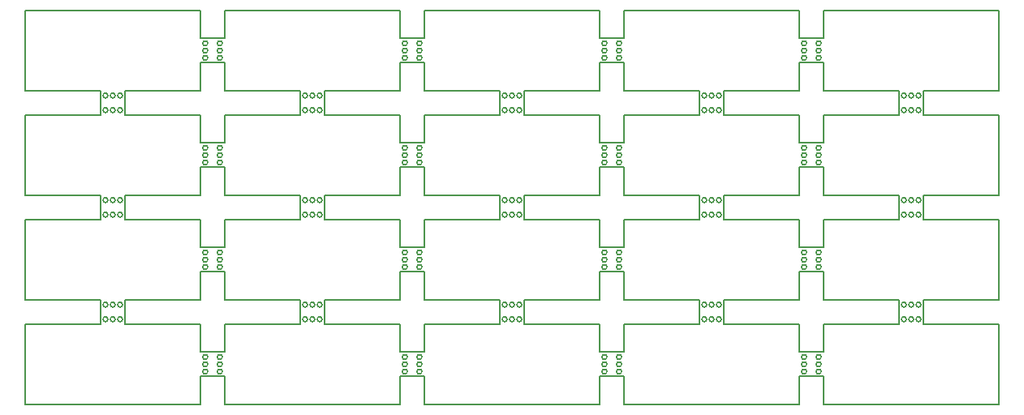
<source format=gm1>
G04 #@! TF.FileFunction,Profile,NP*
%FSLAX46Y46*%
G04 Gerber Fmt 4.6, Leading zero omitted, Abs format (unit mm)*
G04 Created by KiCad (PCBNEW 4.0.5+dfsg1-4) date Wed Oct 11 12:16:19 2017*
%MOMM*%
%LPD*%
G01*
G04 APERTURE LIST*
%ADD10C,0.100000*%
%ADD11C,0.150000*%
G04 APERTURE END LIST*
D10*
D11*
X254000000Y-76200000D02*
X235712000Y-76200000D01*
X233172000Y-76200000D02*
X214884000Y-76200000D01*
X212344000Y-76200000D02*
X194056000Y-76200000D01*
X191516000Y-76200000D02*
X173228000Y-76200000D01*
X170688000Y-76200000D02*
X152400000Y-76200000D01*
X152400000Y-76200000D02*
X152400000Y-84582000D01*
X152400000Y-87122000D02*
X152400000Y-95504000D01*
X152400000Y-98044000D02*
X152400000Y-106426000D01*
X152400000Y-108966000D02*
X152400000Y-117348000D01*
X170688000Y-117348000D02*
X152400000Y-117348000D01*
X191516000Y-117348000D02*
X173228000Y-117348000D01*
X212344000Y-117348000D02*
X194056000Y-117348000D01*
X233172000Y-117348000D02*
X214884000Y-117348000D01*
X254000000Y-117348000D02*
X235712000Y-117348000D01*
X254000000Y-84582000D02*
X254000000Y-76200000D01*
X254000000Y-95504000D02*
X254000000Y-87122000D01*
X254000000Y-106426000D02*
X254000000Y-98044000D01*
X254000000Y-117348000D02*
X254000000Y-108966000D01*
X245110000Y-86614000D02*
G75*
G03X245110000Y-86614000I-254000J0D01*
G01*
X246126000Y-87122000D02*
X254000000Y-87122000D01*
X254000000Y-84582000D02*
X246126000Y-84582000D01*
X245872000Y-85090000D02*
G75*
G03X245872000Y-85090000I-254000J0D01*
G01*
X246126000Y-87122000D02*
X246126000Y-84582000D01*
X245872000Y-86614000D02*
G75*
G03X245872000Y-86614000I-254000J0D01*
G01*
X246126000Y-98044000D02*
X246126000Y-95504000D01*
X254000000Y-95504000D02*
X246126000Y-95504000D01*
X235712000Y-106426000D02*
X235712000Y-103505000D01*
X235458000Y-102997000D02*
G75*
G03X235458000Y-102997000I-254000J0D01*
G01*
X233172000Y-103505000D02*
X235712000Y-103505000D01*
X233934000Y-102235000D02*
G75*
G03X233934000Y-102235000I-254000J0D01*
G01*
X235458000Y-102235000D02*
G75*
G03X235458000Y-102235000I-254000J0D01*
G01*
X235458000Y-101473000D02*
G75*
G03X235458000Y-101473000I-254000J0D01*
G01*
X233934000Y-102997000D02*
G75*
G03X233934000Y-102997000I-254000J0D01*
G01*
X233934000Y-101473000D02*
G75*
G03X233934000Y-101473000I-254000J0D01*
G01*
X233934000Y-113919000D02*
G75*
G03X233934000Y-113919000I-254000J0D01*
G01*
X233934000Y-113157000D02*
G75*
G03X233934000Y-113157000I-254000J0D01*
G01*
X235458000Y-113919000D02*
G75*
G03X235458000Y-113919000I-254000J0D01*
G01*
X233172000Y-114427000D02*
X235712000Y-114427000D01*
X233934000Y-112395000D02*
G75*
G03X233934000Y-112395000I-254000J0D01*
G01*
X235458000Y-112395000D02*
G75*
G03X235458000Y-112395000I-254000J0D01*
G01*
X235458000Y-113157000D02*
G75*
G03X235458000Y-113157000I-254000J0D01*
G01*
X235712000Y-117348000D02*
X235712000Y-114427000D01*
X235712000Y-111887000D02*
X235712000Y-108966000D01*
X233172000Y-111887000D02*
X235712000Y-111887000D01*
X245872000Y-108458000D02*
G75*
G03X245872000Y-108458000I-254000J0D01*
G01*
X243586000Y-108966000D02*
X235712000Y-108966000D01*
X245110000Y-108458000D02*
G75*
G03X245110000Y-108458000I-254000J0D01*
G01*
X245872000Y-106934000D02*
G75*
G03X245872000Y-106934000I-254000J0D01*
G01*
X243586000Y-106426000D02*
X243586000Y-108966000D01*
X243586000Y-106426000D02*
X235712000Y-106426000D01*
X244348000Y-106934000D02*
G75*
G03X244348000Y-106934000I-254000J0D01*
G01*
X244348000Y-108458000D02*
G75*
G03X244348000Y-108458000I-254000J0D01*
G01*
X246126000Y-108966000D02*
X254000000Y-108966000D01*
X246126000Y-108966000D02*
X246126000Y-106426000D01*
X245110000Y-106934000D02*
G75*
G03X245110000Y-106934000I-254000J0D01*
G01*
X254000000Y-106426000D02*
X246126000Y-106426000D01*
X254000000Y-98044000D02*
X246126000Y-98044000D01*
X245110000Y-85090000D02*
G75*
G03X245110000Y-85090000I-254000J0D01*
G01*
X235712000Y-95504000D02*
X235712000Y-92583000D01*
X235458000Y-91313000D02*
G75*
G03X235458000Y-91313000I-254000J0D01*
G01*
X235458000Y-92075000D02*
G75*
G03X235458000Y-92075000I-254000J0D01*
G01*
X233934000Y-92075000D02*
G75*
G03X233934000Y-92075000I-254000J0D01*
G01*
X233172000Y-92583000D02*
X235712000Y-92583000D01*
X233934000Y-91313000D02*
G75*
G03X233934000Y-91313000I-254000J0D01*
G01*
X233934000Y-81153000D02*
G75*
G03X233934000Y-81153000I-254000J0D01*
G01*
X233172000Y-81661000D02*
X235712000Y-81661000D01*
X235712000Y-84582000D02*
X235712000Y-81661000D01*
X235458000Y-81153000D02*
G75*
G03X235458000Y-81153000I-254000J0D01*
G01*
X233172000Y-79121000D02*
X235712000Y-79121000D01*
X235712000Y-79121000D02*
X235712000Y-76200000D01*
X233934000Y-80391000D02*
G75*
G03X233934000Y-80391000I-254000J0D01*
G01*
X233934000Y-79629000D02*
G75*
G03X233934000Y-79629000I-254000J0D01*
G01*
X235458000Y-79629000D02*
G75*
G03X235458000Y-79629000I-254000J0D01*
G01*
X235458000Y-80391000D02*
G75*
G03X235458000Y-80391000I-254000J0D01*
G01*
X233172000Y-90043000D02*
X235712000Y-90043000D01*
X233934000Y-90551000D02*
G75*
G03X233934000Y-90551000I-254000J0D01*
G01*
X235458000Y-90551000D02*
G75*
G03X235458000Y-90551000I-254000J0D01*
G01*
X235712000Y-90043000D02*
X235712000Y-87122000D01*
X244348000Y-85090000D02*
G75*
G03X244348000Y-85090000I-254000J0D01*
G01*
X243586000Y-84582000D02*
X235712000Y-84582000D01*
X243586000Y-84582000D02*
X243586000Y-87122000D01*
X243586000Y-87122000D02*
X235712000Y-87122000D01*
X244348000Y-86614000D02*
G75*
G03X244348000Y-86614000I-254000J0D01*
G01*
X245110000Y-96012000D02*
G75*
G03X245110000Y-96012000I-254000J0D01*
G01*
X245872000Y-97536000D02*
G75*
G03X245872000Y-97536000I-254000J0D01*
G01*
X245872000Y-96012000D02*
G75*
G03X245872000Y-96012000I-254000J0D01*
G01*
X245110000Y-97536000D02*
G75*
G03X245110000Y-97536000I-254000J0D01*
G01*
X244348000Y-96012000D02*
G75*
G03X244348000Y-96012000I-254000J0D01*
G01*
X233172000Y-100965000D02*
X235712000Y-100965000D01*
X243586000Y-98044000D02*
X235712000Y-98044000D01*
X243586000Y-95504000D02*
X243586000Y-98044000D01*
X244348000Y-97536000D02*
G75*
G03X244348000Y-97536000I-254000J0D01*
G01*
X243586000Y-95504000D02*
X235712000Y-95504000D01*
X235712000Y-100965000D02*
X235712000Y-98044000D01*
X213106000Y-113919000D02*
G75*
G03X213106000Y-113919000I-254000J0D01*
G01*
X212344000Y-114427000D02*
X214884000Y-114427000D01*
X214884000Y-117348000D02*
X214884000Y-114427000D01*
X212344000Y-117348000D02*
X212344000Y-114427000D01*
X214630000Y-113919000D02*
G75*
G03X214630000Y-113919000I-254000J0D01*
G01*
X213106000Y-113157000D02*
G75*
G03X213106000Y-113157000I-254000J0D01*
G01*
X214884000Y-111887000D02*
X214884000Y-108966000D01*
X212344000Y-111887000D02*
X214884000Y-111887000D01*
X213106000Y-112395000D02*
G75*
G03X213106000Y-112395000I-254000J0D01*
G01*
X214630000Y-113157000D02*
G75*
G03X214630000Y-113157000I-254000J0D01*
G01*
X214630000Y-112395000D02*
G75*
G03X214630000Y-112395000I-254000J0D01*
G01*
X212344000Y-111887000D02*
X212344000Y-108966000D01*
X214630000Y-102997000D02*
G75*
G03X214630000Y-102997000I-254000J0D01*
G01*
X213106000Y-102997000D02*
G75*
G03X213106000Y-102997000I-254000J0D01*
G01*
X214884000Y-106426000D02*
X214884000Y-103505000D01*
X212344000Y-103505000D02*
X214884000Y-103505000D01*
X212344000Y-106426000D02*
X212344000Y-103505000D01*
X214630000Y-102235000D02*
G75*
G03X214630000Y-102235000I-254000J0D01*
G01*
X214630000Y-101473000D02*
G75*
G03X214630000Y-101473000I-254000J0D01*
G01*
X212344000Y-100965000D02*
X214884000Y-100965000D01*
X214884000Y-100965000D02*
X214884000Y-98044000D01*
X212344000Y-100965000D02*
X212344000Y-98044000D01*
X204216000Y-106934000D02*
G75*
G03X204216000Y-106934000I-254000J0D01*
G01*
X203454000Y-106934000D02*
G75*
G03X203454000Y-106934000I-254000J0D01*
G01*
X204470000Y-108966000D02*
X212344000Y-108966000D01*
X204470000Y-108966000D02*
X204470000Y-106426000D01*
X202692000Y-106934000D02*
G75*
G03X202692000Y-106934000I-254000J0D01*
G01*
X212344000Y-90043000D02*
X214884000Y-90043000D01*
X213106000Y-90551000D02*
G75*
G03X213106000Y-90551000I-254000J0D01*
G01*
X214884000Y-90043000D02*
X214884000Y-87122000D01*
X214630000Y-90551000D02*
G75*
G03X214630000Y-90551000I-254000J0D01*
G01*
X223520000Y-96012000D02*
G75*
G03X223520000Y-96012000I-254000J0D01*
G01*
X222758000Y-98044000D02*
X214884000Y-98044000D01*
X223520000Y-97536000D02*
G75*
G03X223520000Y-97536000I-254000J0D01*
G01*
X222758000Y-95504000D02*
X222758000Y-98044000D01*
X222758000Y-95504000D02*
X214884000Y-95504000D01*
X214884000Y-95504000D02*
X214884000Y-92583000D01*
X213106000Y-91313000D02*
G75*
G03X213106000Y-91313000I-254000J0D01*
G01*
X214630000Y-91313000D02*
G75*
G03X214630000Y-91313000I-254000J0D01*
G01*
X214630000Y-92075000D02*
G75*
G03X214630000Y-92075000I-254000J0D01*
G01*
X212344000Y-92583000D02*
X214884000Y-92583000D01*
X213106000Y-92075000D02*
G75*
G03X213106000Y-92075000I-254000J0D01*
G01*
X214630000Y-79629000D02*
G75*
G03X214630000Y-79629000I-254000J0D01*
G01*
X213106000Y-81153000D02*
G75*
G03X213106000Y-81153000I-254000J0D01*
G01*
X213106000Y-80391000D02*
G75*
G03X213106000Y-80391000I-254000J0D01*
G01*
X214630000Y-80391000D02*
G75*
G03X214630000Y-80391000I-254000J0D01*
G01*
X214630000Y-81153000D02*
G75*
G03X214630000Y-81153000I-254000J0D01*
G01*
X212344000Y-81661000D02*
X214884000Y-81661000D01*
X212344000Y-79121000D02*
X214884000Y-79121000D01*
X213106000Y-79629000D02*
G75*
G03X213106000Y-79629000I-254000J0D01*
G01*
X223520000Y-85090000D02*
G75*
G03X223520000Y-85090000I-254000J0D01*
G01*
X222758000Y-84582000D02*
X214884000Y-84582000D01*
X222758000Y-84582000D02*
X222758000Y-87122000D01*
X222758000Y-87122000D02*
X214884000Y-87122000D01*
X214884000Y-84582000D02*
X214884000Y-81661000D01*
X214884000Y-79121000D02*
X214884000Y-76200000D01*
X223520000Y-86614000D02*
G75*
G03X223520000Y-86614000I-254000J0D01*
G01*
X225298000Y-98044000D02*
X225298000Y-95504000D01*
X233172000Y-95504000D02*
X225298000Y-95504000D01*
X233172000Y-95504000D02*
X233172000Y-92583000D01*
X233172000Y-100965000D02*
X233172000Y-98044000D01*
X233172000Y-98044000D02*
X225298000Y-98044000D01*
X225044000Y-85090000D02*
G75*
G03X225044000Y-85090000I-254000J0D01*
G01*
X225298000Y-87122000D02*
X225298000Y-84582000D01*
X224282000Y-86614000D02*
G75*
G03X224282000Y-86614000I-254000J0D01*
G01*
X225044000Y-86614000D02*
G75*
G03X225044000Y-86614000I-254000J0D01*
G01*
X224282000Y-85090000D02*
G75*
G03X224282000Y-85090000I-254000J0D01*
G01*
X233172000Y-79121000D02*
X233172000Y-76200000D01*
X225298000Y-87122000D02*
X233172000Y-87122000D01*
X233172000Y-84582000D02*
X225298000Y-84582000D01*
X233172000Y-84582000D02*
X233172000Y-81661000D01*
X233172000Y-90043000D02*
X233172000Y-87122000D01*
X202692000Y-85090000D02*
G75*
G03X202692000Y-85090000I-254000J0D01*
G01*
X201930000Y-87122000D02*
X194056000Y-87122000D01*
X201930000Y-84582000D02*
X194056000Y-84582000D01*
X201930000Y-84582000D02*
X201930000Y-87122000D01*
X202692000Y-86614000D02*
G75*
G03X202692000Y-86614000I-254000J0D01*
G01*
X203454000Y-86614000D02*
G75*
G03X203454000Y-86614000I-254000J0D01*
G01*
X204216000Y-86614000D02*
G75*
G03X204216000Y-86614000I-254000J0D01*
G01*
X203454000Y-85090000D02*
G75*
G03X203454000Y-85090000I-254000J0D01*
G01*
X204470000Y-87122000D02*
X204470000Y-84582000D01*
X204216000Y-85090000D02*
G75*
G03X204216000Y-85090000I-254000J0D01*
G01*
X194056000Y-95504000D02*
X194056000Y-92583000D01*
X201930000Y-95504000D02*
X194056000Y-95504000D01*
X193802000Y-92075000D02*
G75*
G03X193802000Y-92075000I-254000J0D01*
G01*
X193802000Y-91313000D02*
G75*
G03X193802000Y-91313000I-254000J0D01*
G01*
X191516000Y-90043000D02*
X194056000Y-90043000D01*
X194056000Y-90043000D02*
X194056000Y-87122000D01*
X192278000Y-91313000D02*
G75*
G03X192278000Y-91313000I-254000J0D01*
G01*
X192278000Y-92075000D02*
G75*
G03X192278000Y-92075000I-254000J0D01*
G01*
X192278000Y-90551000D02*
G75*
G03X192278000Y-90551000I-254000J0D01*
G01*
X191516000Y-92583000D02*
X194056000Y-92583000D01*
X193802000Y-90551000D02*
G75*
G03X193802000Y-90551000I-254000J0D01*
G01*
X213106000Y-102235000D02*
G75*
G03X213106000Y-102235000I-254000J0D01*
G01*
X213106000Y-101473000D02*
G75*
G03X213106000Y-101473000I-254000J0D01*
G01*
X212344000Y-98044000D02*
X204470000Y-98044000D01*
X212344000Y-106426000D02*
X204470000Y-106426000D01*
X193802000Y-102235000D02*
G75*
G03X193802000Y-102235000I-254000J0D01*
G01*
X193802000Y-102997000D02*
G75*
G03X193802000Y-102997000I-254000J0D01*
G01*
X194056000Y-100965000D02*
X194056000Y-98044000D01*
X201930000Y-98044000D02*
X194056000Y-98044000D01*
X204216000Y-108458000D02*
G75*
G03X204216000Y-108458000I-254000J0D01*
G01*
X202692000Y-108458000D02*
G75*
G03X202692000Y-108458000I-254000J0D01*
G01*
X201930000Y-106426000D02*
X201930000Y-108966000D01*
X203454000Y-108458000D02*
G75*
G03X203454000Y-108458000I-254000J0D01*
G01*
X204470000Y-98044000D02*
X204470000Y-95504000D01*
X202692000Y-96012000D02*
G75*
G03X202692000Y-96012000I-254000J0D01*
G01*
X202692000Y-97536000D02*
G75*
G03X202692000Y-97536000I-254000J0D01*
G01*
X203454000Y-97536000D02*
G75*
G03X203454000Y-97536000I-254000J0D01*
G01*
X204216000Y-96012000D02*
G75*
G03X204216000Y-96012000I-254000J0D01*
G01*
X204216000Y-97536000D02*
G75*
G03X204216000Y-97536000I-254000J0D01*
G01*
X203454000Y-96012000D02*
G75*
G03X203454000Y-96012000I-254000J0D01*
G01*
X201930000Y-95504000D02*
X201930000Y-98044000D01*
X192278000Y-79629000D02*
G75*
G03X192278000Y-79629000I-254000J0D01*
G01*
X192278000Y-80391000D02*
G75*
G03X192278000Y-80391000I-254000J0D01*
G01*
X194056000Y-79121000D02*
X194056000Y-76200000D01*
X192278000Y-81153000D02*
G75*
G03X192278000Y-81153000I-254000J0D01*
G01*
X212344000Y-79121000D02*
X212344000Y-76200000D01*
X212344000Y-84582000D02*
X204470000Y-84582000D01*
X212344000Y-84582000D02*
X212344000Y-81661000D01*
X212344000Y-90043000D02*
X212344000Y-87122000D01*
X212344000Y-95504000D02*
X204470000Y-95504000D01*
X204470000Y-87122000D02*
X212344000Y-87122000D01*
X212344000Y-95504000D02*
X212344000Y-92583000D01*
X191516000Y-81661000D02*
X194056000Y-81661000D01*
X193802000Y-81153000D02*
G75*
G03X193802000Y-81153000I-254000J0D01*
G01*
X193802000Y-80391000D02*
G75*
G03X193802000Y-80391000I-254000J0D01*
G01*
X193802000Y-79629000D02*
G75*
G03X193802000Y-79629000I-254000J0D01*
G01*
X191516000Y-79121000D02*
X194056000Y-79121000D01*
X194056000Y-84582000D02*
X194056000Y-81661000D01*
X193802000Y-101473000D02*
G75*
G03X193802000Y-101473000I-254000J0D01*
G01*
X191516000Y-100965000D02*
X194056000Y-100965000D01*
X192278000Y-101473000D02*
G75*
G03X192278000Y-101473000I-254000J0D01*
G01*
X194056000Y-106426000D02*
X194056000Y-103505000D01*
X192278000Y-102997000D02*
G75*
G03X192278000Y-102997000I-254000J0D01*
G01*
X191516000Y-103505000D02*
X194056000Y-103505000D01*
X192278000Y-102235000D02*
G75*
G03X192278000Y-102235000I-254000J0D01*
G01*
X194056000Y-111887000D02*
X194056000Y-108966000D01*
X194056000Y-117348000D02*
X194056000Y-114427000D01*
X201930000Y-108966000D02*
X194056000Y-108966000D01*
X193802000Y-112395000D02*
G75*
G03X193802000Y-112395000I-254000J0D01*
G01*
X201930000Y-106426000D02*
X194056000Y-106426000D01*
X191516000Y-111887000D02*
X194056000Y-111887000D01*
X192278000Y-113157000D02*
G75*
G03X192278000Y-113157000I-254000J0D01*
G01*
X193802000Y-113919000D02*
G75*
G03X193802000Y-113919000I-254000J0D01*
G01*
X193802000Y-113157000D02*
G75*
G03X193802000Y-113157000I-254000J0D01*
G01*
X191516000Y-114427000D02*
X194056000Y-114427000D01*
X192278000Y-113919000D02*
G75*
G03X192278000Y-113919000I-254000J0D01*
G01*
X192278000Y-112395000D02*
G75*
G03X192278000Y-112395000I-254000J0D01*
G01*
X222758000Y-106426000D02*
X222758000Y-108966000D01*
X222758000Y-106426000D02*
X214884000Y-106426000D01*
X222758000Y-108966000D02*
X214884000Y-108966000D01*
X223520000Y-108458000D02*
G75*
G03X223520000Y-108458000I-254000J0D01*
G01*
X233172000Y-117348000D02*
X233172000Y-114427000D01*
X233172000Y-106426000D02*
X233172000Y-103505000D01*
X233172000Y-111887000D02*
X233172000Y-108966000D01*
X225298000Y-108966000D02*
X233172000Y-108966000D01*
X225298000Y-108966000D02*
X225298000Y-106426000D01*
X233172000Y-106426000D02*
X225298000Y-106426000D01*
X225044000Y-108458000D02*
G75*
G03X225044000Y-108458000I-254000J0D01*
G01*
X224282000Y-106934000D02*
G75*
G03X224282000Y-106934000I-254000J0D01*
G01*
X225044000Y-106934000D02*
G75*
G03X225044000Y-106934000I-254000J0D01*
G01*
X224282000Y-108458000D02*
G75*
G03X224282000Y-108458000I-254000J0D01*
G01*
X223520000Y-106934000D02*
G75*
G03X223520000Y-106934000I-254000J0D01*
G01*
X224282000Y-96012000D02*
G75*
G03X224282000Y-96012000I-254000J0D01*
G01*
X224282000Y-97536000D02*
G75*
G03X224282000Y-97536000I-254000J0D01*
G01*
X225044000Y-97536000D02*
G75*
G03X225044000Y-97536000I-254000J0D01*
G01*
X225044000Y-96012000D02*
G75*
G03X225044000Y-96012000I-254000J0D01*
G01*
X181102000Y-95504000D02*
X173228000Y-95504000D01*
X181864000Y-86614000D02*
G75*
G03X181864000Y-86614000I-254000J0D01*
G01*
X173228000Y-90043000D02*
X173228000Y-87122000D01*
X181864000Y-85090000D02*
G75*
G03X181864000Y-85090000I-254000J0D01*
G01*
X181102000Y-84582000D02*
X173228000Y-84582000D01*
X181102000Y-84582000D02*
X181102000Y-87122000D01*
X181102000Y-87122000D02*
X173228000Y-87122000D01*
X171450000Y-81153000D02*
G75*
G03X171450000Y-81153000I-254000J0D01*
G01*
X173228000Y-84582000D02*
X173228000Y-81661000D01*
X172974000Y-81153000D02*
G75*
G03X172974000Y-81153000I-254000J0D01*
G01*
X170688000Y-81661000D02*
X173228000Y-81661000D01*
X173228000Y-79121000D02*
X173228000Y-76200000D01*
X170688000Y-79121000D02*
X173228000Y-79121000D01*
X172974000Y-80391000D02*
G75*
G03X172974000Y-80391000I-254000J0D01*
G01*
X171450000Y-79629000D02*
G75*
G03X171450000Y-79629000I-254000J0D01*
G01*
X171450000Y-80391000D02*
G75*
G03X171450000Y-80391000I-254000J0D01*
G01*
X172974000Y-79629000D02*
G75*
G03X172974000Y-79629000I-254000J0D01*
G01*
X170688000Y-90043000D02*
X173228000Y-90043000D01*
X172974000Y-90551000D02*
G75*
G03X172974000Y-90551000I-254000J0D01*
G01*
X171450000Y-91313000D02*
G75*
G03X171450000Y-91313000I-254000J0D01*
G01*
X171450000Y-90551000D02*
G75*
G03X171450000Y-90551000I-254000J0D01*
G01*
X172974000Y-91313000D02*
G75*
G03X172974000Y-91313000I-254000J0D01*
G01*
X172974000Y-92075000D02*
G75*
G03X172974000Y-92075000I-254000J0D01*
G01*
X170688000Y-92583000D02*
X173228000Y-92583000D01*
X171450000Y-92075000D02*
G75*
G03X171450000Y-92075000I-254000J0D01*
G01*
X173228000Y-95504000D02*
X173228000Y-92583000D01*
X183642000Y-108966000D02*
X191516000Y-108966000D01*
X191516000Y-117348000D02*
X191516000Y-114427000D01*
X191516000Y-111887000D02*
X191516000Y-108966000D01*
X183642000Y-87122000D02*
X191516000Y-87122000D01*
X191516000Y-95504000D02*
X191516000Y-92583000D01*
X191516000Y-90043000D02*
X191516000Y-87122000D01*
X191516000Y-95504000D02*
X183642000Y-95504000D01*
X191516000Y-84582000D02*
X183642000Y-84582000D01*
X191516000Y-84582000D02*
X191516000Y-81661000D01*
X191516000Y-79121000D02*
X191516000Y-76200000D01*
X183388000Y-85090000D02*
G75*
G03X183388000Y-85090000I-254000J0D01*
G01*
X182626000Y-86614000D02*
G75*
G03X182626000Y-86614000I-254000J0D01*
G01*
X183388000Y-86614000D02*
G75*
G03X183388000Y-86614000I-254000J0D01*
G01*
X182626000Y-85090000D02*
G75*
G03X182626000Y-85090000I-254000J0D01*
G01*
X183642000Y-87122000D02*
X183642000Y-84582000D01*
X191516000Y-98044000D02*
X183642000Y-98044000D01*
X191516000Y-106426000D02*
X191516000Y-103505000D01*
X191516000Y-100965000D02*
X191516000Y-98044000D01*
X191516000Y-106426000D02*
X183642000Y-106426000D01*
X183388000Y-97536000D02*
G75*
G03X183388000Y-97536000I-254000J0D01*
G01*
X173228000Y-106426000D02*
X173228000Y-103505000D01*
X170688000Y-103505000D02*
X173228000Y-103505000D01*
X171450000Y-102997000D02*
G75*
G03X171450000Y-102997000I-254000J0D01*
G01*
X172974000Y-102997000D02*
G75*
G03X172974000Y-102997000I-254000J0D01*
G01*
X171450000Y-102235000D02*
G75*
G03X171450000Y-102235000I-254000J0D01*
G01*
X172974000Y-102235000D02*
G75*
G03X172974000Y-102235000I-254000J0D01*
G01*
X171450000Y-113919000D02*
G75*
G03X171450000Y-113919000I-254000J0D01*
G01*
X171450000Y-113157000D02*
G75*
G03X171450000Y-113157000I-254000J0D01*
G01*
X171450000Y-112395000D02*
G75*
G03X171450000Y-112395000I-254000J0D01*
G01*
X172974000Y-113919000D02*
G75*
G03X172974000Y-113919000I-254000J0D01*
G01*
X170688000Y-114427000D02*
X173228000Y-114427000D01*
X172974000Y-112395000D02*
G75*
G03X172974000Y-112395000I-254000J0D01*
G01*
X172974000Y-113157000D02*
G75*
G03X172974000Y-113157000I-254000J0D01*
G01*
X170688000Y-111887000D02*
X173228000Y-111887000D01*
X182626000Y-108458000D02*
G75*
G03X182626000Y-108458000I-254000J0D01*
G01*
X181864000Y-108458000D02*
G75*
G03X181864000Y-108458000I-254000J0D01*
G01*
X183642000Y-108966000D02*
X183642000Y-106426000D01*
X183388000Y-108458000D02*
G75*
G03X183388000Y-108458000I-254000J0D01*
G01*
X182626000Y-106934000D02*
G75*
G03X182626000Y-106934000I-254000J0D01*
G01*
X181864000Y-106934000D02*
G75*
G03X181864000Y-106934000I-254000J0D01*
G01*
X183388000Y-106934000D02*
G75*
G03X183388000Y-106934000I-254000J0D01*
G01*
X173228000Y-117348000D02*
X173228000Y-114427000D01*
X181102000Y-106426000D02*
X173228000Y-106426000D01*
X181102000Y-108966000D02*
X173228000Y-108966000D01*
X173228000Y-111887000D02*
X173228000Y-108966000D01*
X181102000Y-106426000D02*
X181102000Y-108966000D01*
X172974000Y-101473000D02*
G75*
G03X172974000Y-101473000I-254000J0D01*
G01*
X170688000Y-100965000D02*
X173228000Y-100965000D01*
X171450000Y-101473000D02*
G75*
G03X171450000Y-101473000I-254000J0D01*
G01*
X173228000Y-100965000D02*
X173228000Y-98044000D01*
X181102000Y-98044000D02*
X173228000Y-98044000D01*
X181102000Y-95504000D02*
X181102000Y-98044000D01*
X181864000Y-97536000D02*
G75*
G03X181864000Y-97536000I-254000J0D01*
G01*
X181864000Y-96012000D02*
G75*
G03X181864000Y-96012000I-254000J0D01*
G01*
X182626000Y-97536000D02*
G75*
G03X182626000Y-97536000I-254000J0D01*
G01*
X183642000Y-98044000D02*
X183642000Y-95504000D01*
X183388000Y-96012000D02*
G75*
G03X183388000Y-96012000I-254000J0D01*
G01*
X182626000Y-96012000D02*
G75*
G03X182626000Y-96012000I-254000J0D01*
G01*
X162814000Y-108966000D02*
X170688000Y-108966000D01*
X170688000Y-117348000D02*
X170688000Y-114427000D01*
X170688000Y-111887000D02*
X170688000Y-108966000D01*
X170688000Y-100965000D02*
X170688000Y-98044000D01*
X170688000Y-106426000D02*
X170688000Y-103505000D01*
X170688000Y-106426000D02*
X162814000Y-106426000D01*
X170688000Y-98044000D02*
X162814000Y-98044000D01*
X162814000Y-108966000D02*
X162814000Y-106426000D01*
X162560000Y-106934000D02*
G75*
G03X162560000Y-106934000I-254000J0D01*
G01*
X161798000Y-108458000D02*
G75*
G03X161798000Y-108458000I-254000J0D01*
G01*
X162560000Y-108458000D02*
G75*
G03X162560000Y-108458000I-254000J0D01*
G01*
X161798000Y-106934000D02*
G75*
G03X161798000Y-106934000I-254000J0D01*
G01*
X160274000Y-98044000D02*
X152400000Y-98044000D01*
X160274000Y-106426000D02*
X160274000Y-108966000D01*
X160274000Y-106426000D02*
X152400000Y-106426000D01*
X161036000Y-106934000D02*
G75*
G03X161036000Y-106934000I-254000J0D01*
G01*
X160274000Y-108966000D02*
X152400000Y-108966000D01*
X161036000Y-108458000D02*
G75*
G03X161036000Y-108458000I-254000J0D01*
G01*
X170688000Y-95504000D02*
X170688000Y-92583000D01*
X170688000Y-90043000D02*
X170688000Y-87122000D01*
X170688000Y-84582000D02*
X170688000Y-81661000D01*
X170688000Y-79121000D02*
X170688000Y-76200000D01*
X160274000Y-95504000D02*
X152400000Y-95504000D01*
X162560000Y-97536000D02*
G75*
G03X162560000Y-97536000I-254000J0D01*
G01*
X161036000Y-96012000D02*
G75*
G03X161036000Y-96012000I-254000J0D01*
G01*
X162560000Y-96012000D02*
G75*
G03X162560000Y-96012000I-254000J0D01*
G01*
X161036000Y-97536000D02*
G75*
G03X161036000Y-97536000I-254000J0D01*
G01*
X161798000Y-97536000D02*
G75*
G03X161798000Y-97536000I-254000J0D01*
G01*
X162814000Y-98044000D02*
X162814000Y-95504000D01*
X161798000Y-96012000D02*
G75*
G03X161798000Y-96012000I-254000J0D01*
G01*
X160274000Y-95504000D02*
X160274000Y-98044000D01*
X160274000Y-84582000D02*
X152400000Y-84582000D01*
X160274000Y-87122000D02*
X152400000Y-87122000D01*
X162560000Y-85090000D02*
G75*
G03X162560000Y-85090000I-254000J0D01*
G01*
X161798000Y-85090000D02*
G75*
G03X161798000Y-85090000I-254000J0D01*
G01*
X161036000Y-85090000D02*
G75*
G03X161036000Y-85090000I-254000J0D01*
G01*
X162560000Y-86614000D02*
G75*
G03X162560000Y-86614000I-254000J0D01*
G01*
X161798000Y-86614000D02*
G75*
G03X161798000Y-86614000I-254000J0D01*
G01*
X161036000Y-86614000D02*
G75*
G03X161036000Y-86614000I-254000J0D01*
G01*
X162814000Y-87122000D02*
X162814000Y-84582000D01*
X160274000Y-84582000D02*
X160274000Y-87122000D01*
X170688000Y-84582000D02*
X162814000Y-84582000D01*
X162814000Y-87122000D02*
X170688000Y-87122000D01*
X170688000Y-95504000D02*
X162814000Y-95504000D01*
M02*

</source>
